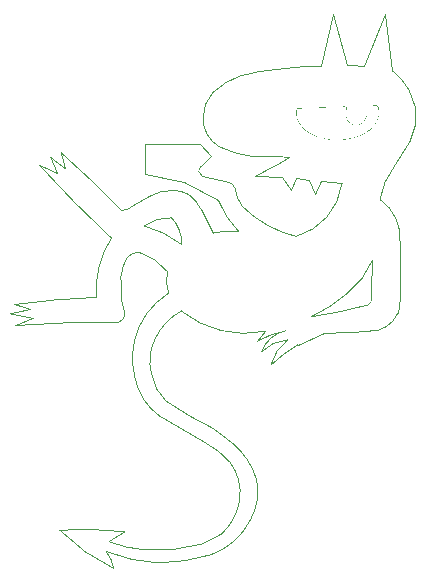
<source format=gko>
G04*
G04 #@! TF.GenerationSoftware,Altium Limited,Altium Designer,22.5.1 (42)*
G04*
G04 Layer_Color=16711935*
%FSLAX24Y24*%
%MOIN*%
G70*
G04*
G04 #@! TF.SameCoordinates,5C00E3EC-F711-4006-A76F-14F01AC31ACF*
G04*
G04*
G04 #@! TF.FilePolarity,Positive*
G04*
G01*
G75*
%ADD23C,0.0020*%
G36*
X21331Y110040D02*
X21333Y110036D01*
X21364Y110033D01*
X21369Y110028D01*
X21370Y110025D01*
X21374Y110023D01*
X21377Y110020D01*
X21379Y110016D01*
X21386Y110012D01*
X21387Y109981D01*
X21396Y109974D01*
X21397Y109933D01*
X21406Y109928D01*
X21408Y109858D01*
X21414Y109854D01*
X21415Y109847D01*
X21413Y109845D01*
Y109843D01*
X21414Y109734D01*
X21411Y109728D01*
X21406Y109727D01*
X21404Y109685D01*
X21401Y109682D01*
X21396Y109681D01*
X21394Y109648D01*
X21391Y109645D01*
X21387Y109643D01*
X21386Y109620D01*
X21377Y109614D01*
X21376Y109591D01*
X21369Y109588D01*
X21367Y109581D01*
X21365Y109563D01*
X21360Y109560D01*
X21358Y109552D01*
X21360Y109544D01*
X21354Y109534D01*
X21350Y109531D01*
X21347Y109518D01*
X21340Y109511D01*
X21338Y109500D01*
X21335Y109497D01*
X21332Y109495D01*
X21329Y109492D01*
X21328Y109489D01*
X21324Y109487D01*
X21321Y109479D01*
X21319Y109471D01*
X21313Y109467D01*
X21311Y109459D01*
X21309Y109453D01*
X21294Y109438D01*
X21292Y109426D01*
X21275Y109409D01*
X21273Y109398D01*
X21248Y109373D01*
X21246Y109361D01*
X21243Y109358D01*
X21239Y109356D01*
X21236Y109353D01*
X21235Y109350D01*
X21231Y109348D01*
X21228Y109346D01*
X21226Y109342D01*
X21220Y109337D01*
X21217Y109334D01*
X21216Y109331D01*
X21212Y109329D01*
X21209Y109326D01*
X21207Y109322D01*
X21200Y109318D01*
X21199Y109314D01*
X21195Y109312D01*
X21190Y109307D01*
X21189Y109304D01*
X21185Y109302D01*
X21182Y109299D01*
X21180Y109295D01*
X21173Y109291D01*
X21171Y109288D01*
X21170Y109285D01*
X21166Y109283D01*
X21163Y109280D01*
X21161Y109276D01*
X21154Y109271D01*
X21152Y109267D01*
X21148Y109265D01*
X21144Y109261D01*
X21143Y109258D01*
X21139Y109256D01*
X21136Y109253D01*
X21134Y109249D01*
X21127Y109244D01*
X21123Y109239D01*
X21109Y109236D01*
X21107Y109232D01*
X21077Y109202D01*
X21069Y109200D01*
X21064Y109198D01*
X21039Y109173D01*
X21027Y109171D01*
X21012Y109156D01*
X21004Y109154D01*
X20998Y109152D01*
X20987Y109141D01*
X20986Y109137D01*
X20974Y109135D01*
X20970Y109133D01*
X20968Y109130D01*
X20965Y109127D01*
X20954Y109125D01*
X20938Y109109D01*
X20931Y109107D01*
X20925Y109105D01*
X20919Y109100D01*
X20907Y109098D01*
X20900Y109090D01*
X20888Y109088D01*
X20885Y109085D01*
X20883Y109081D01*
X20872Y109079D01*
X20868Y109078D01*
X20866Y109074D01*
X20852Y109069D01*
X20846Y109063D01*
X20838Y109061D01*
X20832Y109059D01*
X20826Y109053D01*
X20815Y109052D01*
X20807Y109044D01*
X20796Y109042D01*
X20793Y109039D01*
X20792Y109036D01*
X20784Y109034D01*
X20767Y109032D01*
X20764Y109025D01*
X20739Y109024D01*
X20734Y109015D01*
X20720Y109013D01*
X20716Y109006D01*
X20692Y109004D01*
X20690Y108998D01*
X20682Y108996D01*
X20674Y108998D01*
X20666Y108996D01*
X20664Y108993D01*
X20662Y108989D01*
X20638Y108987D01*
X20632Y108978D01*
X20610Y108977D01*
X20605Y108969D01*
X20572Y108967D01*
X20567Y108960D01*
X20544Y108958D01*
X20541Y108951D01*
X20533Y108949D01*
X20526Y108951D01*
X20499Y108949D01*
X20495Y108942D01*
X20462Y108940D01*
X20457Y108933D01*
X20424Y108931D01*
X20420Y108922D01*
X20378Y108921D01*
X20375Y108915D01*
X20368Y108913D01*
X20313Y108912D01*
X20310Y108905D01*
X20302Y108903D01*
X20294Y108905D01*
X20250Y108903D01*
X20247Y108900D01*
X20245Y108896D01*
X20156Y108894D01*
X20152Y108886D01*
X19889Y108887D01*
X19884Y108895D01*
X19777Y108896D01*
X19774Y108903D01*
X19766Y108905D01*
X19715Y108904D01*
X19711Y108908D01*
X19709Y108912D01*
X19659Y108914D01*
X19655Y108918D01*
X19653Y108921D01*
X19613Y108923D01*
X19609Y108927D01*
X19607Y108931D01*
X19574Y108933D01*
X19569Y108942D01*
X19537Y108944D01*
X19532Y108950D01*
X19512Y108951D01*
X19506Y108949D01*
X19499Y108952D01*
X19496Y108959D01*
X19463Y108961D01*
X19461Y108964D01*
X19460Y108969D01*
X19434Y108971D01*
X19432Y108977D01*
X19408Y108979D01*
X19405Y108983D01*
X19403Y108987D01*
X19380Y108989D01*
X19377Y108996D01*
X19369Y108998D01*
X19355Y108996D01*
X19351Y109000D01*
X19349Y109004D01*
X19326Y109006D01*
X19322Y109010D01*
X19321Y109015D01*
X19298Y109017D01*
X19290Y109025D01*
X19278Y109026D01*
X19275Y109029D01*
X19274Y109032D01*
X19259Y109036D01*
X19255Y109042D01*
X19247Y109044D01*
X19242Y109046D01*
X19236Y109052D01*
X19228Y109053D01*
X19222Y109052D01*
X19215Y109053D01*
X19207Y109061D01*
X19195Y109063D01*
X19193Y109066D01*
X19192Y109069D01*
X19176Y109073D01*
X19171Y109079D01*
X19160Y109081D01*
X19143Y109098D01*
X19136Y109100D01*
X19130Y109102D01*
X19124Y109107D01*
X19113Y109109D01*
X19105Y109117D01*
X19093Y109119D01*
X19090Y109122D01*
X19088Y109126D01*
X19083Y109130D01*
X19081Y109133D01*
X19072Y109136D01*
X19064Y109138D01*
X19055Y109150D01*
X19051Y109154D01*
X19039Y109156D01*
X19022Y109173D01*
X19010Y109175D01*
X18993Y109192D01*
X18990Y109193D01*
X18987Y109200D01*
X18974Y109202D01*
X18937Y109239D01*
X18926Y109240D01*
X18921Y109247D01*
X18917Y109249D01*
X18915Y109253D01*
X18910Y109258D01*
X18907Y109259D01*
X18905Y109263D01*
X18900Y109267D01*
X18898Y109268D01*
X18896Y109272D01*
X18893Y109275D01*
X18889Y109277D01*
X18884Y109284D01*
X18880Y109286D01*
X18878Y109290D01*
X18873Y109294D01*
X18871Y109295D01*
X18869Y109299D01*
X18864Y109304D01*
X18861Y109305D01*
X18859Y109309D01*
X18854Y109314D01*
X18851Y109315D01*
X18849Y109319D01*
X18846Y109321D01*
X18843Y109323D01*
X18838Y109330D01*
X18832Y109334D01*
X18830Y109346D01*
X18803Y109373D01*
X18802Y109375D01*
X18798Y109377D01*
X18795Y109380D01*
X18793Y109388D01*
X18792Y109395D01*
X18786Y109398D01*
X18784Y109401D01*
X18766Y109419D01*
X18765Y109430D01*
X18757Y109438D01*
X18755Y109450D01*
X18748Y109454D01*
X18744Y109460D01*
X18740Y109462D01*
X18738Y109474D01*
X18737Y109478D01*
X18733Y109480D01*
X18730Y109482D01*
X18728Y109494D01*
X18720Y109502D01*
X18718Y109513D01*
X18711Y109521D01*
X18709Y109533D01*
X18701Y109540D01*
X18699Y109561D01*
X18692Y109566D01*
X18691Y109577D01*
X18693Y109581D01*
X18690Y109589D01*
X18684Y109592D01*
X18682Y109598D01*
X18684Y109604D01*
X18679Y109609D01*
X18675Y109611D01*
X18673Y109643D01*
X18664Y109648D01*
X18662Y109681D01*
X18656Y109686D01*
X18654Y109774D01*
X18648Y109776D01*
X18645Y109779D01*
X18647Y109791D01*
X18655Y109795D01*
X18657Y109893D01*
X18664Y109897D01*
X18666Y109920D01*
X18669Y109923D01*
X18673Y109925D01*
X18679Y109933D01*
X18683Y109935D01*
X18686Y109940D01*
X18694Y109942D01*
X18729Y109944D01*
X18734Y109951D01*
X18913Y109953D01*
X18920Y109961D01*
X18934Y109961D01*
X19151Y109961D01*
X19157Y109960D01*
X19166Y109964D01*
X19167Y109968D01*
X19174Y109971D01*
X19180Y109969D01*
X19404Y109971D01*
X19408Y109978D01*
X19654Y109981D01*
X19658Y109988D01*
X19922Y109990D01*
X19927Y109997D01*
X20191Y109999D01*
X20194Y110006D01*
X20202Y110008D01*
X20210Y110007D01*
X20273Y110008D01*
X20279Y110006D01*
X20285Y110008D01*
X20290Y110006D01*
X20293Y110003D01*
X20295Y109999D01*
X20315Y109997D01*
X20321Y109992D01*
X20332Y109982D01*
X20330Y109907D01*
X20327Y109904D01*
X20322Y109903D01*
X20320Y109841D01*
X20313Y109837D01*
X20315Y109683D01*
X20321Y109680D01*
X20323Y109647D01*
X20332Y109640D01*
X20333Y109618D01*
X20342Y109614D01*
X20341Y109605D01*
X20345Y109598D01*
X20349Y109594D01*
X20351Y109583D01*
X20354Y109580D01*
X20357Y109579D01*
X20361Y109563D01*
X20367Y109560D01*
X20369Y109552D01*
X20370Y109546D01*
X20378Y109538D01*
X20379Y109535D01*
X20383Y109533D01*
X20388Y109529D01*
X20389Y109526D01*
X20393Y109524D01*
X20396Y109521D01*
X20397Y109517D01*
X20404Y109512D01*
X20406Y109501D01*
X20427Y109480D01*
X20439Y109478D01*
X20444Y109473D01*
X20445Y109470D01*
X20449Y109468D01*
X20451Y109465D01*
X20453Y109461D01*
X20460Y109456D01*
X20466Y109451D01*
X20477Y109449D01*
X20482Y109442D01*
X20491Y109433D01*
X20504Y109431D01*
X20509Y109425D01*
X20521Y109423D01*
X20530Y109414D01*
X20542Y109413D01*
X20545Y109406D01*
X20555Y109404D01*
X20560Y109406D01*
X20565Y109405D01*
X20576Y109406D01*
X20581Y109401D01*
X20583Y109398D01*
X20643Y109395D01*
X20646Y109392D01*
X20648Y109388D01*
X20661Y109387D01*
X20664Y109390D01*
X20665Y109394D01*
X20668Y109397D01*
X20718Y109399D01*
X20724Y109406D01*
X20741Y109405D01*
X20746Y109407D01*
X20749Y109414D01*
X20757Y109416D01*
X20765Y109414D01*
X20772Y109416D01*
X20780Y109424D01*
X20792Y109426D01*
X20804Y109438D01*
X20805Y109441D01*
X20819Y109443D01*
X20831Y109455D01*
X20833Y109459D01*
X20845Y109461D01*
X20853Y109470D01*
X20857Y109472D01*
X20862Y109479D01*
X20866Y109480D01*
X20868Y109484D01*
X20873Y109489D01*
X20876Y109490D01*
X20878Y109494D01*
X20880Y109497D01*
X20884Y109499D01*
X20889Y109506D01*
X20895Y109509D01*
X20897Y109513D01*
X20900Y109516D01*
X20904Y109518D01*
X20908Y109525D01*
X20914Y109531D01*
X20916Y109542D01*
X20923Y109547D01*
X20932Y109556D01*
X20933Y109569D01*
X20940Y109574D01*
X20951Y109585D01*
X20953Y109596D01*
X20958Y109602D01*
X20960Y109610D01*
X20962Y109615D01*
X20968Y109621D01*
X20970Y109627D01*
X20968Y109633D01*
X20970Y109642D01*
X20973Y109645D01*
X20977Y109647D01*
X20980Y109662D01*
X20987Y109667D01*
X20988Y109699D01*
X20997Y109704D01*
X20996Y109732D01*
X21000Y109738D01*
X21005Y109739D01*
X21007Y109791D01*
X21014Y109795D01*
X21013Y109960D01*
X21008Y109961D01*
X21005Y109964D01*
X21006Y109981D01*
X21005Y109991D01*
X21010Y109996D01*
X21014Y109997D01*
X21012Y110005D01*
X21010Y110008D01*
X21007Y110009D01*
X21009Y110014D01*
X21012Y110017D01*
X21015Y110019D01*
X21017Y110023D01*
X21025Y110025D01*
X21042Y110027D01*
X21046Y110035D01*
X21218Y110037D01*
X21223Y110043D01*
X21326Y110044D01*
X21331Y110040D01*
D02*
G37*
%LPC*%
G36*
X21222Y110033D02*
X21219Y110030D01*
X21217Y110026D01*
X21214Y110023D01*
X21044Y110021D01*
X21040Y110015D01*
X21036Y110014D01*
X21031Y110015D01*
X21024Y110011D01*
X21026Y110001D01*
X21021Y109996D01*
X21016Y109995D01*
X21018Y109961D01*
X21024Y109959D01*
X21026Y109951D01*
X21024Y109795D01*
X21017Y109792D01*
X21015Y109740D01*
X21007Y109735D01*
X21005Y109702D01*
X20998Y109697D01*
X20997Y109677D01*
X20999Y109671D01*
X20996Y109665D01*
X20989Y109662D01*
X20987Y109648D01*
X20985Y109645D01*
X20981Y109643D01*
X20978Y109612D01*
X20970Y109604D01*
X20968Y109592D01*
X20965Y109589D01*
X20962Y109588D01*
X20958Y109573D01*
X20952Y109568D01*
X20943Y109560D01*
X20941Y109552D01*
X20939Y109546D01*
X20924Y109531D01*
X20922Y109519D01*
X20853Y109451D01*
X20842Y109449D01*
X20825Y109431D01*
X20813Y109429D01*
X20802Y109419D01*
X20800Y109415D01*
X20789Y109413D01*
X20785Y109411D01*
X20783Y109407D01*
X20780Y109404D01*
X20749Y109402D01*
X20746Y109399D01*
X20745Y109396D01*
X20721Y109394D01*
X20715Y109385D01*
X20665Y109383D01*
X20660Y109376D01*
X20651Y109375D01*
X20646Y109378D01*
X20644Y109384D01*
X20584Y109387D01*
X20581Y109390D01*
X20579Y109394D01*
X20546Y109396D01*
X20541Y109404D01*
X20518Y109406D01*
X20515Y109409D01*
X20514Y109412D01*
X20499Y109416D01*
X20495Y109422D01*
X20487Y109424D01*
X20481Y109426D01*
X20466Y109441D01*
X20454Y109443D01*
X20429Y109468D01*
X20422Y109470D01*
X20416Y109472D01*
X20396Y109492D01*
X20394Y109504D01*
X20359Y109538D01*
X20357Y109550D01*
X20349Y109558D01*
X20347Y109569D01*
X20344Y109572D01*
X20342Y109573D01*
X20338Y109588D01*
X20332Y109592D01*
X20330Y109600D01*
X20329Y109616D01*
X20320Y109621D01*
X20318Y109644D01*
X20312Y109649D01*
X20310Y109682D01*
X20304Y109684D01*
X20301Y109693D01*
X20303Y109698D01*
X20302Y109834D01*
X20304Y109838D01*
X20311Y109841D01*
X20313Y109903D01*
X20319Y109906D01*
X20321Y109969D01*
X20322Y109970D01*
X20317Y109979D01*
X20314Y109981D01*
X20310Y109987D01*
X20296Y109988D01*
X20293Y109991D01*
X20291Y109995D01*
X20194Y109996D01*
X20188Y109987D01*
X19924Y109985D01*
X19918Y109977D01*
X19656Y109975D01*
X19652Y109969D01*
X19645Y109967D01*
X19637Y109969D01*
X19407Y109967D01*
X19405Y109964D01*
X19403Y109961D01*
X19167Y109959D01*
X19161Y109950D01*
X18916Y109948D01*
X18911Y109941D01*
X18732Y109939D01*
X18725Y109931D01*
X18699Y109932D01*
X18692Y109927D01*
X18676Y109910D01*
X18675Y109906D01*
X18676Y109899D01*
X18673Y109896D01*
X18666Y109893D01*
X18664Y109795D01*
X18657Y109791D01*
X18658Y109775D01*
X18665Y109773D01*
X18667Y109684D01*
X18676Y109677D01*
X18677Y109645D01*
X18683Y109643D01*
X18685Y109635D01*
X18684Y109629D01*
X18685Y109610D01*
X18693Y109606D01*
X18695Y109590D01*
X18702Y109587D01*
X18704Y109564D01*
X18712Y109558D01*
X18714Y109544D01*
X18720Y109540D01*
X18722Y109529D01*
X18730Y109521D01*
X18732Y109509D01*
X18739Y109502D01*
X18741Y109490D01*
X18749Y109482D01*
X18751Y109471D01*
X18754Y109468D01*
X18757Y109467D01*
X18761Y109452D01*
X18767Y109447D01*
X18770Y109444D01*
X18771Y109441D01*
X18775Y109439D01*
X18777Y109427D01*
X18786Y109419D01*
X18788Y109415D01*
X18794Y109410D01*
X18797Y109396D01*
X18804Y109391D01*
X18842Y109353D01*
X18844Y109342D01*
X18937Y109248D01*
X18949Y109246D01*
X18990Y109205D01*
X18991Y109202D01*
X19005Y109200D01*
X19007Y109197D01*
X19009Y109193D01*
X19016Y109188D01*
X19022Y109183D01*
X19033Y109181D01*
X19038Y109174D01*
X19047Y109165D01*
X19061Y109162D01*
X19063Y109159D01*
X19076Y109146D01*
X19087Y109144D01*
X19103Y109129D01*
X19111Y109127D01*
X19116Y109125D01*
X19122Y109119D01*
X19130Y109117D01*
X19136Y109115D01*
X19141Y109109D01*
X19153Y109107D01*
X19156Y109105D01*
X19158Y109101D01*
X19167Y109092D01*
X19182Y109088D01*
X19186Y109082D01*
X19193Y109080D01*
X19199Y109079D01*
X19205Y109073D01*
X19213Y109071D01*
X19219Y109069D01*
X19224Y109063D01*
X19246Y109061D01*
X19248Y109058D01*
X19249Y109055D01*
X19265Y109052D01*
X19270Y109045D01*
X19281Y109043D01*
X19288Y109036D01*
X19296Y109034D01*
X19301Y109032D01*
X19307Y109026D01*
X19321Y109025D01*
X19324Y109018D01*
X19347Y109016D01*
X19351Y109012D01*
X19353Y109008D01*
X19376Y109006D01*
X19379Y108999D01*
X19386Y108998D01*
X19399Y108998D01*
X19405Y108995D01*
X19407Y108991D01*
X19417Y108988D01*
X19423Y108990D01*
X19431Y108988D01*
X19434Y108985D01*
X19434Y108980D01*
X19460Y108978D01*
X19462Y108972D01*
X19495Y108970D01*
X19500Y108961D01*
X19533Y108959D01*
X19536Y108956D01*
X19538Y108952D01*
X19560Y108951D01*
X19566Y108953D01*
X19570Y108950D01*
X19573Y108944D01*
X19606Y108942D01*
X19609Y108939D01*
X19611Y108935D01*
X19651Y108933D01*
X19655Y108929D01*
X19657Y108925D01*
X19707Y108923D01*
X19711Y108919D01*
X19713Y108916D01*
X19774Y108913D01*
X19779Y108906D01*
X19874Y108905D01*
X19880Y108907D01*
X19887Y108902D01*
X19888Y108897D01*
X20155Y108898D01*
X20157Y108905D01*
X20165Y108907D01*
X20171Y108905D01*
X20246Y108907D01*
X20250Y108915D01*
X20312Y108917D01*
X20315Y108923D01*
X20376Y108925D01*
X20381Y108934D01*
X20423Y108935D01*
X20425Y108942D01*
X20433Y108944D01*
X20460Y108945D01*
X20464Y108951D01*
X20472Y108953D01*
X20477Y108951D01*
X20495Y108953D01*
X20498Y108956D01*
X20500Y108960D01*
X20542Y108962D01*
X20547Y108971D01*
X20570Y108972D01*
X20575Y108979D01*
X20608Y108981D01*
X20611Y108988D01*
X20618Y108990D01*
X20628Y108988D01*
X20637Y108993D01*
X20638Y108997D01*
X20647Y108999D01*
X20653Y108998D01*
X20663Y108999D01*
X20666Y109007D01*
X20691Y109008D01*
X20695Y109017D01*
X20718Y109019D01*
X20724Y109026D01*
X20738Y109028D01*
X20740Y109034D01*
X20747Y109036D01*
X20760Y109035D01*
X20766Y109037D01*
X20768Y109043D01*
X20782Y109046D01*
X20785Y109049D01*
X20786Y109052D01*
X20801Y109055D01*
X20805Y109061D01*
X20813Y109063D01*
X20819Y109065D01*
X20825Y109071D01*
X20836Y109073D01*
X20844Y109080D01*
X20855Y109082D01*
X20863Y109090D01*
X20875Y109092D01*
X20878Y109095D01*
X20878Y109098D01*
X20894Y109102D01*
X20898Y109107D01*
X20905Y109109D01*
X20911Y109111D01*
X20917Y109117D01*
X20929Y109119D01*
X20946Y109136D01*
X20958Y109138D01*
X20965Y109146D01*
X20977Y109148D01*
X20989Y109160D01*
X20990Y109163D01*
X21004Y109165D01*
X21016Y109178D01*
X21018Y109182D01*
X21030Y109184D01*
X21039Y109192D01*
X21042Y109194D01*
X21047Y109201D01*
X21051Y109203D01*
X21053Y109207D01*
X21056Y109210D01*
X21067Y109212D01*
X21094Y109239D01*
X21107Y109239D01*
X21112Y109248D01*
X21116Y109250D01*
X21236Y109371D01*
X21238Y109378D01*
X21240Y109384D01*
X21265Y109409D01*
X21267Y109421D01*
X21270Y109424D01*
X21274Y109426D01*
X21279Y109432D01*
X21284Y109438D01*
Y109440D01*
X21286Y109450D01*
X21298Y109459D01*
X21302Y109463D01*
X21304Y109477D01*
X21311Y109482D01*
X21313Y109494D01*
X21329Y109509D01*
X21331Y109517D01*
X21333Y109523D01*
X21338Y109529D01*
X21340Y109536D01*
X21342Y109542D01*
X21348Y109548D01*
X21350Y109569D01*
X21357Y109574D01*
X21360Y109588D01*
X21365Y109590D01*
X21367Y109598D01*
X21365Y109612D01*
X21368Y109616D01*
X21375Y109619D01*
X21377Y109629D01*
X21375Y109635D01*
X21377Y109642D01*
X21380Y109645D01*
X21384Y109647D01*
X21386Y109678D01*
X21387Y109682D01*
X21393Y109684D01*
X21395Y109726D01*
X21404Y109731D01*
X21402Y109856D01*
X21395Y109861D01*
X21393Y109931D01*
X21385Y109935D01*
X21383Y109978D01*
X21377Y109980D01*
X21375Y109988D01*
X21377Y110001D01*
X21355Y110023D01*
X21347Y110025D01*
X21341Y110023D01*
X21333Y110025D01*
X21331Y110028D01*
X21329Y110032D01*
X21222Y110033D01*
D02*
G37*
%LPD*%
D23*
X18709Y102068D02*
G03*
X17805Y101385I2625J-4414D01*
G01*
X22414Y110548D02*
G03*
X21849Y111206I-1882J-1042D01*
G01*
X20920Y111344D02*
G03*
X20340Y111379I-577J-4679D01*
G01*
X18372Y102232D02*
G03*
X17805Y101385I911J-1223D01*
G01*
X20364Y103788D02*
G03*
X21182Y104871I-1601J2061D01*
G01*
X19146Y102995D02*
G03*
X20364Y103788I-2037J4458D01*
G01*
X19146Y102995D02*
G03*
X21039Y103389I-2478J16631D01*
G01*
X21039Y103389D02*
G03*
X21169Y103622I-112J216D01*
G01*
X21182Y104871D02*
G03*
X21169Y103622I62261J-1273D01*
G01*
X14497Y106295D02*
G03*
X13584Y106024I-88J-1378D01*
G01*
X14829Y105408D02*
G03*
X13584Y106024I-2082J-2644D01*
G01*
X14829Y105408D02*
G03*
X14497Y106295I-1186J61D01*
G01*
X10090Y108050D02*
G03*
X12492Y105620I28343J25612D01*
G01*
X10700Y107770D02*
G03*
X10090Y108050I-2665J-5002D01*
G01*
X10472Y108303D02*
G03*
X10700Y107770I1679J404D01*
G01*
X10960Y107930D02*
G03*
X10472Y108303I-4164J-4940D01*
G01*
X10820Y108460D02*
G03*
X10960Y107930I3705J695D01*
G01*
X12839Y106536D02*
G03*
X10820Y108460I-26186J-25452D01*
G01*
X12839Y106536D02*
G03*
X13229Y106704I-64J685D01*
G01*
X13759Y107010D02*
G03*
X13229Y106704I1280J-2828D01*
G01*
X14534Y107210D02*
G03*
X13759Y107010I-27J-1493D01*
G01*
X15068Y107073D02*
G03*
X14534Y107210I-527J-947D01*
G01*
X15464Y106594D02*
G03*
X15068Y107073I-1139J-539D01*
G01*
X12492Y105620D02*
G03*
X11995Y103646I2622J-1709D01*
G01*
Y103646D02*
G03*
X9264Y103406I1020J-27212D01*
G01*
Y103406D02*
G03*
X9798Y103242I1374J3527D01*
G01*
X9125Y103095D02*
G03*
X9798Y103242I-1203J7142D01*
G01*
X9125Y103095D02*
G03*
X9885Y102944I39275J195391D01*
G01*
X9885Y102944D02*
G03*
X9310Y102706I501J-2026D01*
G01*
X12807Y104339D02*
G03*
X12827Y103573I4115J-274D01*
G01*
Y103573D02*
G03*
X12938Y103103I3863J662D01*
G01*
X12741Y102817D02*
G03*
X9310Y102706I-402J-40703D01*
G01*
X12737Y102816D02*
G03*
X12937Y103107I-74J266D01*
G01*
X13016Y104973D02*
G03*
X12807Y104339I1422J-819D01*
G01*
X13430Y105139D02*
G03*
X13016Y104973I-71J-424D01*
G01*
X14361Y104497D02*
G03*
X13430Y105139I-1515J-1201D01*
G01*
X14361Y104497D02*
G03*
X14398Y103783I1180J-297D01*
G01*
X21921Y108010D02*
G03*
X21442Y106912I1970J-1513D01*
G01*
X21921Y108010D02*
G03*
X22443Y108838I-4222J3238D01*
G01*
X22442Y108833D02*
G03*
X22626Y109973I-1620J847D01*
G01*
Y109973D02*
G03*
X22414Y110548I-1858J-360D01*
G01*
X14398Y103783D02*
G03*
X13253Y102195I1351J-2181D01*
G01*
X13256Y102196D02*
G03*
X13390Y100580I2852J-576D01*
G01*
X13392Y100579D02*
G03*
X14412Y99504I1884J767D01*
G01*
X15633Y98793D02*
G03*
X14412Y99504I-6773J-10216D01*
G01*
X16447Y98144D02*
G03*
X15633Y98793I-2222J-1954D01*
G01*
X16768Y96908D02*
G03*
X16447Y98144I-1674J226D01*
G01*
X16165Y95758D02*
G03*
X16768Y96908I-1334J1433D01*
G01*
X15539Y95432D02*
G03*
X16165Y95758I-1202J3063D01*
G01*
X13583Y95230D02*
G03*
X15544Y95431I432J5459D01*
G01*
X12407Y95500D02*
G03*
X13583Y95230I1497J3825D01*
G01*
X12407Y95500D02*
G03*
X12948Y95829I-3052J5630D01*
G01*
X12950Y95830D02*
G03*
X10766Y95885I-1408J-12555D01*
G01*
X14831Y103195D02*
G03*
X13962Y102291I942J-1774D01*
G01*
D02*
G03*
X13827Y101104I1444J-766D01*
G01*
X13827D02*
G03*
X14315Y100184I1522J218D01*
G01*
Y100184D02*
G03*
X15114Y99682I5364J7648D01*
G01*
X16543Y98772D02*
G03*
X15114Y99682I-3530J-3965D01*
G01*
X17334Y97556D02*
G03*
X16543Y98772I-2409J-703D01*
G01*
X17136Y96250D02*
G03*
X17334Y97556I-1737J931D01*
G01*
X15801Y95062D02*
G03*
X17135Y96247I-772J2212D01*
G01*
X14042Y94793D02*
G03*
X15801Y95062I-98J6526D01*
G01*
X12317Y95173D02*
G03*
X14042Y94793I2009J5003D01*
G01*
X12577Y94596D02*
G03*
X12317Y95173I-1416J-291D01*
G01*
X10766Y95885D02*
G03*
X12579Y94600I4609J4582D01*
G01*
X19471Y111341D02*
G03*
X18117Y111254I-134J-8504D01*
G01*
X18117Y111254D02*
G03*
X16774Y111025I407J-6428D01*
G01*
X16774D02*
G03*
X15876Y110478I900J-2490D01*
G01*
D02*
G03*
X15548Y109626I871J-824D01*
G01*
D02*
G03*
X16087Y108665I1064J-35D01*
G01*
X16087D02*
G03*
X17136Y108348I1521J3137D01*
G01*
X17142Y108350D02*
G03*
X18425Y108318I855J8577D01*
G01*
X16732Y105841D02*
G03*
X15871Y105781I-282J-2182D01*
G01*
X16049Y106891D02*
G03*
X16732Y105841I2856J1112D01*
G01*
X15460Y108009D02*
G03*
X15502Y107704I126J-138D01*
G01*
X18649Y105675D02*
G03*
X20177Y107445I-570J2036D01*
G01*
X16855Y106676D02*
G03*
X18649Y105675I2688J2709D01*
G01*
X16609Y107281D02*
G03*
X16855Y106676I1218J143D01*
G01*
X16609Y107281D02*
G03*
X16413Y107479I-282J-82D01*
G01*
X22108Y105521D02*
G03*
X21452Y106901I-1557J106D01*
G01*
X21096Y102520D02*
G03*
X22034Y103108I40J978D01*
G01*
X14822Y103185D02*
G03*
X17615Y102510I2121J2659D01*
G01*
X18293Y102525D02*
G03*
X17347Y102177I545J-2953D01*
G01*
X18293Y102525D02*
G03*
X17501Y101838I210J-1043D01*
G01*
X18372Y102232D02*
G03*
X17501Y101838I81J-1339D01*
G01*
X15430Y108740D02*
X15800Y108370D01*
X13600Y108740D02*
X15430D01*
X14909Y107479D02*
X16049Y106891D01*
X13600Y107740D02*
X14909Y107479D01*
X18135Y108165D02*
X18421Y108320D01*
X17276Y107699D02*
X17562Y107854D01*
X19471Y111341D02*
X19890Y113090D01*
X20340Y111379D01*
X21620Y113090D02*
X21849Y111206D01*
X20920Y111344D02*
X21620Y113090D01*
X15464Y106594D02*
X15870Y105787D01*
X13600Y107740D02*
Y108740D01*
X15446Y107992D02*
X15800Y108370D01*
X15502Y107704D02*
X16410Y107480D01*
X17562Y107854D02*
X18135Y108165D01*
X17276Y107699D02*
X18193Y107656D01*
X18474Y107220D01*
X18652Y107619D01*
X19070Y107571D01*
X19274Y107083D01*
X19483Y107507D01*
X19489Y107508D02*
X20177Y107445D01*
X22034Y103108D02*
X22109Y103636D01*
X17347Y102177D02*
X17615Y102510D01*
X18709Y102068D02*
X19574Y102455D01*
X21096Y102520D01*
X22108Y105521D02*
X22109Y103636D01*
M02*

</source>
